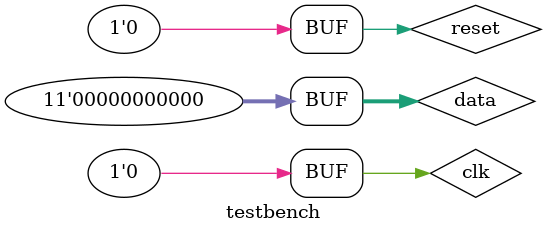
<source format=sv>
module testbench();
  parameter logN = 5;
  logic clk, reset;
  logic [10:0] data;
  
  ukucorn #(logN) dut(clk, reset, data);

  // generate clock
  always
    begin clk = 1 ; #2; clk = 0; #2; end
  always
    begin data = 2; #16; data = 0; #16; end
  
  initial
    begin
      // pulse reset
      reset = 0; #12; reset = 1; #27; reset = 0;
    end
endmodule

</source>
